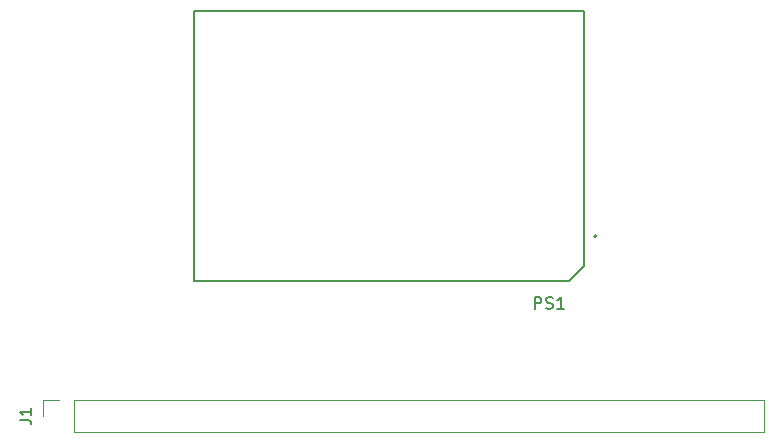
<source format=gbr>
%TF.GenerationSoftware,KiCad,Pcbnew,(6.0.5)*%
%TF.CreationDate,2022-06-12T23:50:42+02:00*%
%TF.ProjectId,power,706f7765-722e-46b6-9963-61645f706362,rev?*%
%TF.SameCoordinates,Original*%
%TF.FileFunction,Legend,Top*%
%TF.FilePolarity,Positive*%
%FSLAX46Y46*%
G04 Gerber Fmt 4.6, Leading zero omitted, Abs format (unit mm)*
G04 Created by KiCad (PCBNEW (6.0.5)) date 2022-06-12 23:50:42*
%MOMM*%
%LPD*%
G01*
G04 APERTURE LIST*
%ADD10C,0.150000*%
%ADD11C,0.127000*%
%ADD12C,0.200000*%
%ADD13C,0.120000*%
G04 APERTURE END LIST*
D10*
%TO.C,PS1*%
X82210714Y-78557380D02*
X82210714Y-77557380D01*
X82591666Y-77557380D01*
X82686904Y-77605000D01*
X82734523Y-77652619D01*
X82782142Y-77747857D01*
X82782142Y-77890714D01*
X82734523Y-77985952D01*
X82686904Y-78033571D01*
X82591666Y-78081190D01*
X82210714Y-78081190D01*
X83163095Y-78509761D02*
X83305952Y-78557380D01*
X83544047Y-78557380D01*
X83639285Y-78509761D01*
X83686904Y-78462142D01*
X83734523Y-78366904D01*
X83734523Y-78271666D01*
X83686904Y-78176428D01*
X83639285Y-78128809D01*
X83544047Y-78081190D01*
X83353571Y-78033571D01*
X83258333Y-77985952D01*
X83210714Y-77938333D01*
X83163095Y-77843095D01*
X83163095Y-77747857D01*
X83210714Y-77652619D01*
X83258333Y-77605000D01*
X83353571Y-77557380D01*
X83591666Y-77557380D01*
X83734523Y-77605000D01*
X84686904Y-78557380D02*
X84115476Y-78557380D01*
X84401190Y-78557380D02*
X84401190Y-77557380D01*
X84305952Y-77700238D01*
X84210714Y-77795476D01*
X84115476Y-77843095D01*
%TO.C,J1*%
X38592380Y-87963333D02*
X39306666Y-87963333D01*
X39449523Y-88010952D01*
X39544761Y-88106190D01*
X39592380Y-88249047D01*
X39592380Y-88344285D01*
X39592380Y-86963333D02*
X39592380Y-87534761D01*
X39592380Y-87249047D02*
X38592380Y-87249047D01*
X38735238Y-87344285D01*
X38830476Y-87439523D01*
X38878095Y-87534761D01*
D11*
%TO.C,PS1*%
X53350000Y-76220000D02*
X53350000Y-53320000D01*
X85080000Y-76220000D02*
X53350000Y-76220000D01*
X86350000Y-53320000D02*
X86350000Y-74950000D01*
X53350000Y-53320000D02*
X86350000Y-53320000D01*
X86350000Y-74950000D02*
X85080000Y-76220000D01*
D12*
X87450000Y-72420000D02*
G75*
G03*
X87450000Y-72420000I-100000J0D01*
G01*
D13*
%TO.C,J1*%
X40580000Y-86300000D02*
X41910000Y-86300000D01*
X43180000Y-88960000D02*
X101660000Y-88960000D01*
X43180000Y-88960000D02*
X43180000Y-86300000D01*
X101660000Y-88960000D02*
X101660000Y-86300000D01*
X40580000Y-87630000D02*
X40580000Y-86300000D01*
X43180000Y-86300000D02*
X101660000Y-86300000D01*
%TD*%
M02*

</source>
